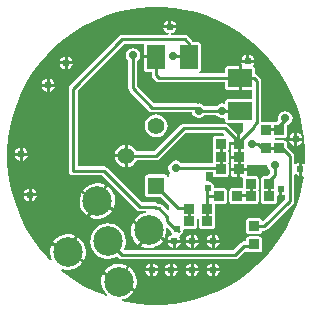
<source format=gbl>
G04 Layer_Physical_Order=2*
G04 Layer_Color=16711680*
%FSLAX25Y25*%
%MOIN*%
G70*
G01*
G75*
%ADD10R,0.03347X0.03347*%
%ADD12R,0.03347X0.03347*%
%ADD16R,0.06000X0.08000*%
%ADD17C,0.01000*%
%ADD18C,0.09842*%
%ADD19R,0.05512X0.05512*%
%ADD20C,0.05512*%
%ADD21C,0.02756*%
%ADD22C,0.02402*%
%ADD23R,0.08000X0.06000*%
G36*
X5834Y49294D02*
X9684Y48684D01*
X13474Y47775D01*
X17181Y46570D01*
X20782Y45079D01*
X24254Y43309D01*
X27577Y41273D01*
X30731Y38982D01*
X33694Y36450D01*
X36450Y33694D01*
X38982Y30731D01*
X41273Y27577D01*
X43309Y24254D01*
X45079Y20782D01*
X46570Y17181D01*
X47775Y13474D01*
X48684Y9684D01*
X49294Y5834D01*
X49600Y1949D01*
Y-1949D01*
X49566Y-2381D01*
X49116Y-2599D01*
X48859Y-2427D01*
X48500Y-2356D01*
Y-4500D01*
Y-6644D01*
X48665Y-6612D01*
X49117Y-6956D01*
X48684Y-9684D01*
X47775Y-13474D01*
X46570Y-17181D01*
X45079Y-20782D01*
X43309Y-24254D01*
X41273Y-27578D01*
X38982Y-30731D01*
X36450Y-33694D01*
X33694Y-36450D01*
X30731Y-38982D01*
X27577Y-41273D01*
X24254Y-43309D01*
X20782Y-45079D01*
X17181Y-46570D01*
X13474Y-47775D01*
X9684Y-48684D01*
X5834Y-49294D01*
X1949Y-49600D01*
X-1949D01*
X-5834Y-49294D01*
X-9684Y-48684D01*
X-11360Y-48282D01*
X-11342Y-47772D01*
X-10858Y-47692D01*
X-9766Y-47282D01*
X-8775Y-46666D01*
X-7924Y-45868D01*
X-7537Y-45329D01*
X-12647Y-42378D01*
X-17758Y-39428D01*
X-18032Y-40033D01*
X-18296Y-41169D01*
X-18335Y-42334D01*
X-18145Y-43485D01*
X-17734Y-44577D01*
X-17118Y-45567D01*
X-16448Y-46283D01*
X-16725Y-46718D01*
X-17181Y-46570D01*
X-20782Y-45079D01*
X-24254Y-43309D01*
X-27578Y-41273D01*
X-30731Y-38982D01*
X-31758Y-38104D01*
X-31487Y-37678D01*
X-31358Y-37737D01*
X-30222Y-38002D01*
X-29056Y-38040D01*
X-27905Y-37850D01*
X-26814Y-37439D01*
X-25823Y-36823D01*
X-24972Y-36026D01*
X-24585Y-35486D01*
X-29695Y-32536D01*
X-34805Y-29585D01*
X-35079Y-30190D01*
X-35344Y-31326D01*
X-35382Y-32492D01*
X-35192Y-33643D01*
X-34828Y-34609D01*
X-35258Y-34887D01*
X-36450Y-33694D01*
X-38982Y-30731D01*
X-41273Y-27578D01*
X-43309Y-24254D01*
X-45079Y-20782D01*
X-46570Y-17181D01*
X-47775Y-13474D01*
X-48684Y-9684D01*
X-49294Y-5834D01*
X-49600Y-1949D01*
Y1949D01*
X-49294Y5834D01*
X-48684Y9684D01*
X-47775Y13474D01*
X-46570Y17181D01*
X-45079Y20782D01*
X-43309Y24254D01*
X-41273Y27577D01*
X-38982Y30731D01*
X-36450Y33694D01*
X-33694Y36450D01*
X-30731Y38982D01*
X-27578Y41273D01*
X-24254Y43309D01*
X-20782Y45079D01*
X-17181Y46570D01*
X-13474Y47775D01*
X-9684Y48684D01*
X-5834Y49294D01*
X-1949Y49600D01*
X1949D01*
X5834Y49294D01*
D02*
G37*
%LPC*%
G36*
X5500Y-29000D02*
X3856D01*
X3927Y-29359D01*
X4413Y-30087D01*
X5141Y-30573D01*
X5500Y-30644D01*
Y-29000D01*
D02*
G37*
G36*
X11500D02*
X9856D01*
X9927Y-29359D01*
X10413Y-30087D01*
X11141Y-30573D01*
X11500Y-30644D01*
Y-29000D01*
D02*
G37*
G36*
X8144D02*
X6500D01*
Y-30644D01*
X6859Y-30573D01*
X7587Y-30087D01*
X8073Y-29359D01*
X8144Y-29000D01*
D02*
G37*
G36*
X-16389Y-22563D02*
X-17540Y-22753D01*
X-18632Y-23164D01*
X-19622Y-23780D01*
X-20473Y-24577D01*
X-21153Y-25525D01*
X-21634Y-26588D01*
X-21899Y-27723D01*
X-21937Y-28889D01*
X-21747Y-30040D01*
X-21336Y-31132D01*
X-20720Y-32122D01*
X-19923Y-32973D01*
X-18975Y-33653D01*
X-17912Y-34134D01*
X-16777Y-34399D01*
X-15611Y-34437D01*
X-14460Y-34247D01*
X-13368Y-33836D01*
X-13034Y-33629D01*
X-12581Y-34081D01*
X-12085Y-34413D01*
X-11500Y-34529D01*
X26288D01*
X26874Y-34413D01*
X27370Y-34081D01*
X29505Y-31946D01*
X30106Y-31945D01*
X30437Y-32166D01*
X30827Y-32244D01*
X34173D01*
X34563Y-32166D01*
X34894Y-31945D01*
X35115Y-31615D01*
X35193Y-31224D01*
Y-27878D01*
X35115Y-27488D01*
X34894Y-27157D01*
X34563Y-26936D01*
X34173Y-26858D01*
X30827D01*
X30437Y-26936D01*
X30106Y-27157D01*
X29885Y-27488D01*
X29807Y-27878D01*
Y-28471D01*
X29288D01*
X28703Y-28587D01*
X28207Y-28919D01*
X25655Y-31471D01*
X-10384D01*
X-10655Y-31050D01*
X-10366Y-30413D01*
X-10101Y-29277D01*
X-10063Y-28111D01*
X-10253Y-26960D01*
X-10664Y-25868D01*
X-11280Y-24878D01*
X-12077Y-24027D01*
X-13025Y-23347D01*
X-14087Y-22866D01*
X-15223Y-22601D01*
X-16389Y-22563D01*
D02*
G37*
G36*
X-26062Y-27242D02*
X-28762Y-31920D01*
X-24085Y-34620D01*
X-23811Y-34015D01*
X-23546Y-32879D01*
X-23508Y-31714D01*
X-23698Y-30563D01*
X-24109Y-29471D01*
X-24725Y-28480D01*
X-25522Y-27629D01*
X-26062Y-27242D01*
D02*
G37*
G36*
X-2372Y-25580D02*
X-5072Y-30257D01*
X-4467Y-30532D01*
X-3331Y-30796D01*
X-2166Y-30835D01*
X-1015Y-30645D01*
X77Y-30234D01*
X1067Y-29618D01*
X1919Y-28820D01*
X2305Y-28281D01*
X-2372Y-25580D01*
D02*
G37*
G36*
X-29834Y-26165D02*
X-30985Y-26355D01*
X-32077Y-26766D01*
X-33067Y-27382D01*
X-33919Y-28179D01*
X-34305Y-28719D01*
X-29628Y-31420D01*
X-26928Y-26743D01*
X-27533Y-26468D01*
X-28669Y-26204D01*
X-29834Y-26165D01*
D02*
G37*
G36*
X14144Y-29000D02*
X12500D01*
Y-30644D01*
X12859Y-30573D01*
X13587Y-30087D01*
X14073Y-29359D01*
X14144Y-29000D01*
D02*
G37*
G36*
X18500Y-26356D02*
X18141Y-26427D01*
X17413Y-26913D01*
X16927Y-27641D01*
X16856Y-28000D01*
X18500D01*
Y-26356D01*
D02*
G37*
G36*
X12500D02*
Y-28000D01*
X14144D01*
X14073Y-27641D01*
X13587Y-26913D01*
X12859Y-26427D01*
X12500Y-26356D01*
D02*
G37*
G36*
X-19420Y-15738D02*
X-22120Y-20415D01*
X-21515Y-20689D01*
X-20379Y-20954D01*
X-19214Y-20992D01*
X-18063Y-20802D01*
X-16971Y-20391D01*
X-15980Y-19775D01*
X-15129Y-18978D01*
X-14742Y-18438D01*
X-19420Y-15738D01*
D02*
G37*
G36*
X19500Y-26356D02*
Y-28000D01*
X21144D01*
X21073Y-27641D01*
X20587Y-26913D01*
X19859Y-26427D01*
X19500Y-26356D01*
D02*
G37*
G36*
X21144Y-29000D02*
X19500D01*
Y-30644D01*
X19859Y-30573D01*
X20587Y-30087D01*
X21073Y-29359D01*
X21144Y-29000D01*
D02*
G37*
G36*
X18500D02*
X16856D01*
X16927Y-29359D01*
X17413Y-30087D01*
X18141Y-30573D01*
X18500Y-30644D01*
Y-29000D01*
D02*
G37*
G36*
X11500Y-26356D02*
X11141Y-26427D01*
X10413Y-26913D01*
X9927Y-27641D01*
X9856Y-28000D01*
X11500D01*
Y-26356D01*
D02*
G37*
G36*
X-7915Y-22380D02*
X-8189Y-22985D01*
X-8454Y-24121D01*
X-8492Y-25286D01*
X-8302Y-26437D01*
X-7891Y-27529D01*
X-7275Y-28519D01*
X-6478Y-29371D01*
X-5938Y-29757D01*
X-3238Y-25080D01*
X-7915Y-22380D01*
D02*
G37*
G36*
X19500Y-35856D02*
Y-37500D01*
X21144D01*
X21073Y-37141D01*
X20587Y-36413D01*
X19859Y-35927D01*
X19500Y-35856D01*
D02*
G37*
G36*
X7144Y-38500D02*
X5500D01*
Y-40144D01*
X5859Y-40073D01*
X6587Y-39587D01*
X7073Y-38859D01*
X7144Y-38500D01*
D02*
G37*
G36*
X4500D02*
X2856D01*
X2927Y-38859D01*
X3413Y-39587D01*
X4141Y-40073D01*
X4500Y-40144D01*
Y-38500D01*
D02*
G37*
G36*
X14144D02*
X12500D01*
Y-40144D01*
X12859Y-40073D01*
X13587Y-39587D01*
X14073Y-38859D01*
X14144Y-38500D01*
D02*
G37*
G36*
X11500D02*
X9856D01*
X9927Y-38859D01*
X10413Y-39587D01*
X11141Y-40073D01*
X11500Y-40144D01*
Y-38500D01*
D02*
G37*
G36*
X-12787Y-36008D02*
X-13937Y-36198D01*
X-15029Y-36609D01*
X-16019Y-37225D01*
X-16871Y-38022D01*
X-16993Y-38193D01*
X-17181Y-38319D01*
X-17320Y-38526D01*
X-12580Y-41262D01*
X-9880Y-36585D01*
X-10485Y-36311D01*
X-11621Y-36046D01*
X-12787Y-36008D01*
D02*
G37*
G36*
X-9014Y-37085D02*
X-11714Y-41762D01*
X-7037Y-44462D01*
X-6763Y-43858D01*
X-6498Y-42722D01*
X-6460Y-41556D01*
X-6650Y-40405D01*
X-7061Y-39314D01*
X-7677Y-38323D01*
X-8474Y-37472D01*
X-9014Y-37085D01*
D02*
G37*
G36*
X644Y-38500D02*
X-1000D01*
Y-40144D01*
X-641Y-40073D01*
X87Y-39587D01*
X573Y-38859D01*
X644Y-38500D01*
D02*
G37*
G36*
X-2000D02*
X-3644D01*
X-3573Y-38859D01*
X-3087Y-39587D01*
X-2359Y-40073D01*
X-2000Y-40144D01*
Y-38500D01*
D02*
G37*
G36*
X18500D02*
X16856D01*
X16927Y-38859D01*
X17413Y-39587D01*
X18141Y-40073D01*
X18500Y-40144D01*
Y-38500D01*
D02*
G37*
G36*
X11500Y-35856D02*
X11141Y-35927D01*
X10413Y-36413D01*
X9927Y-37141D01*
X9856Y-37500D01*
X11500D01*
Y-35856D01*
D02*
G37*
G36*
X5500D02*
Y-37500D01*
X7144D01*
X7073Y-37141D01*
X6587Y-36413D01*
X5859Y-35927D01*
X5500Y-35856D01*
D02*
G37*
G36*
X18500D02*
X18141Y-35927D01*
X17413Y-36413D01*
X16927Y-37141D01*
X16856Y-37500D01*
X18500D01*
Y-35856D01*
D02*
G37*
G36*
X12500D02*
Y-37500D01*
X14144D01*
X14073Y-37141D01*
X13587Y-36413D01*
X12859Y-35927D01*
X12500Y-35856D01*
D02*
G37*
G36*
X-2000D02*
X-2359Y-35927D01*
X-3087Y-36413D01*
X-3573Y-37141D01*
X-3644Y-37500D01*
X-2000D01*
Y-35856D01*
D02*
G37*
G36*
X21144Y-38500D02*
X19500D01*
Y-40144D01*
X19859Y-40073D01*
X20587Y-39587D01*
X21073Y-38859D01*
X21144Y-38500D01*
D02*
G37*
G36*
X4500Y-35856D02*
X4141Y-35927D01*
X3413Y-36413D01*
X2927Y-37141D01*
X2856Y-37500D01*
X4500D01*
Y-35856D01*
D02*
G37*
G36*
X-1000D02*
Y-37500D01*
X644D01*
X573Y-37141D01*
X87Y-36413D01*
X-641Y-35927D01*
X-1000Y-35856D01*
D02*
G37*
G36*
X-33856Y23000D02*
X-35500D01*
Y21356D01*
X-35141Y21427D01*
X-34413Y21913D01*
X-33927Y22641D01*
X-33856Y23000D01*
D02*
G37*
G36*
X-36500D02*
X-38144D01*
X-38073Y22641D01*
X-37587Y21913D01*
X-36859Y21427D01*
X-36500Y21356D01*
Y23000D01*
D02*
G37*
G36*
Y25644D02*
X-36859Y25573D01*
X-37587Y25087D01*
X-38073Y24359D01*
X-38144Y24000D01*
X-36500D01*
Y25644D01*
D02*
G37*
G36*
X6644Y42500D02*
X2356D01*
X2427Y42141D01*
X2913Y41413D01*
X3641Y40927D01*
X4132Y40829D01*
X4082Y40329D01*
X-11300D01*
X-11885Y40213D01*
X-12381Y39881D01*
X-28781Y23481D01*
X-29113Y22985D01*
X-29229Y22400D01*
Y-5000D01*
X-29113Y-5585D01*
X-28781Y-6081D01*
X-28285Y-6413D01*
X-27700Y-6529D01*
X-18134D01*
X-6581Y-18081D01*
X-6085Y-18413D01*
X-5500Y-18529D01*
X-3404D01*
X-3363Y-19029D01*
X-4095Y-19150D01*
X-5186Y-19561D01*
X-6177Y-20177D01*
X-7028Y-20974D01*
X-7415Y-21514D01*
X-2305Y-24464D01*
X2805Y-27415D01*
X3079Y-26810D01*
X3344Y-25674D01*
X3382Y-24508D01*
X3332Y-24202D01*
X3799Y-23962D01*
X4860Y-25023D01*
X4927Y-25359D01*
X5281Y-25889D01*
X5149Y-26398D01*
X5102Y-26453D01*
X4413Y-26913D01*
X3927Y-27641D01*
X3856Y-28000D01*
X8144D01*
X8073Y-27641D01*
X7719Y-27111D01*
X7851Y-26602D01*
X7898Y-26547D01*
X8587Y-26087D01*
X9073Y-25359D01*
X9244Y-24500D01*
X9721Y-24333D01*
X12582D01*
X12973Y-24256D01*
X13303Y-24035D01*
X13524Y-23704D01*
X13602Y-23314D01*
Y-21000D01*
X14319D01*
Y-23314D01*
X14396Y-23704D01*
X14617Y-24035D01*
X14948Y-24256D01*
X15338Y-24333D01*
X18685D01*
X19075Y-24256D01*
X19406Y-24035D01*
X19627Y-23704D01*
X19704Y-23314D01*
Y-19967D01*
X19639Y-19641D01*
X19704Y-19314D01*
Y-16193D01*
X22622D01*
X23012Y-16115D01*
X23343Y-15894D01*
X23564Y-15563D01*
X23642Y-15173D01*
Y-11827D01*
X23564Y-11437D01*
X23343Y-11106D01*
X23012Y-10885D01*
X22622Y-10807D01*
X19383D01*
X19344Y-10760D01*
X19173Y-9901D01*
X18687Y-9173D01*
X17959Y-8687D01*
X17100Y-8516D01*
X16886Y-8558D01*
X16500Y-8241D01*
Y-5529D01*
X18756D01*
Y-6173D01*
X18834Y-6563D01*
X19055Y-6894D01*
X19385Y-7115D01*
X19776Y-7193D01*
X23122D01*
X23512Y-7115D01*
X23843Y-6894D01*
X24064Y-6563D01*
X24142Y-6173D01*
Y-2827D01*
X24077Y-2500D01*
X24142Y-2173D01*
Y1173D01*
X24064Y1563D01*
X23939Y1750D01*
X24064Y1937D01*
X24142Y2327D01*
Y4725D01*
X24642Y4974D01*
X24858Y4810D01*
Y4500D01*
X27051D01*
Y7163D01*
X23933Y10281D01*
X23437Y10613D01*
X22851Y10729D01*
X9200D01*
X8615Y10613D01*
X8119Y10281D01*
X-634Y1529D01*
X-6568D01*
X-6719Y1894D01*
X-7321Y2679D01*
X-8106Y3281D01*
X-9020Y3659D01*
X-9500Y3723D01*
Y0D01*
Y-3723D01*
X-9020Y-3659D01*
X-8106Y-3281D01*
X-7321Y-2679D01*
X-6719Y-1894D01*
X-6568Y-1529D01*
X0D01*
X585Y-1413D01*
X1081Y-1081D01*
X9833Y7671D01*
X22218D01*
X22695Y7193D01*
X22488Y6693D01*
X19776D01*
X19385Y6615D01*
X19055Y6394D01*
X18834Y6063D01*
X18756Y5673D01*
Y2327D01*
X18834Y1937D01*
X18958Y1750D01*
X18834Y1563D01*
X18756Y1173D01*
Y-2173D01*
X18512Y-2471D01*
X8338D01*
X8214Y-2286D01*
X7428Y-1760D01*
X6500Y-1575D01*
X5572Y-1760D01*
X4786Y-2286D01*
X4260Y-3072D01*
X4075Y-4000D01*
X4260Y-4928D01*
X4786Y-5714D01*
X4326Y-6174D01*
X4326Y-10963D01*
X3826Y-11230D01*
X3776Y-11196D01*
Y-7244D01*
X3698Y-6854D01*
X3477Y-6523D01*
X3146Y-6302D01*
X2756Y-6225D01*
X-2756D01*
X-3146Y-6302D01*
X-3477Y-6523D01*
X-3698Y-6854D01*
X-3776Y-7244D01*
Y-12756D01*
X-3698Y-13146D01*
X-3477Y-13477D01*
X-3146Y-13698D01*
X-2756Y-13776D01*
X1613D01*
X4326Y-16489D01*
X4326Y-18010D01*
X3864Y-18201D01*
X2081Y-16419D01*
X1585Y-16087D01*
X1000Y-15971D01*
X634D01*
X581Y-15919D01*
X85Y-15587D01*
X-500Y-15471D01*
X-4866D01*
X-16419Y-3919D01*
X-16915Y-3587D01*
X-17500Y-3471D01*
X-26171D01*
Y21767D01*
X-10667Y37271D01*
X-4242D01*
X-4020Y37000D01*
Y33500D01*
X0D01*
Y32500D01*
X-4020D01*
Y29000D01*
X-3942Y28610D01*
X-3721Y28279D01*
X-3390Y28058D01*
X-3000Y27980D01*
X-1529D01*
Y27000D01*
X-1413Y26415D01*
X-1081Y25919D01*
X-81Y24919D01*
X415Y24587D01*
X1000Y24471D01*
X22980D01*
Y23000D01*
X23058Y22610D01*
X23279Y22279D01*
X23610Y22058D01*
X24000Y21980D01*
X27500D01*
Y26000D01*
Y30020D01*
X24000D01*
X23610Y29942D01*
X23279Y29721D01*
X23058Y29390D01*
X22980Y29000D01*
Y27529D01*
X14296D01*
X14246Y28029D01*
X14390Y28058D01*
X14721Y28279D01*
X14942Y28610D01*
X15020Y29000D01*
Y37000D01*
X14942Y37390D01*
X14721Y37721D01*
X14390Y37942D01*
X14000Y38020D01*
X12323D01*
X12081Y38381D01*
X10581Y39881D01*
X10085Y40213D01*
X9500Y40329D01*
X4918D01*
X4868Y40829D01*
X5359Y40927D01*
X6087Y41413D01*
X6573Y42141D01*
X6644Y42500D01*
D02*
G37*
G36*
X46000Y7644D02*
X45641Y7573D01*
X44913Y7087D01*
X44427Y6359D01*
X44356Y6000D01*
X46000D01*
Y7644D01*
D02*
G37*
G36*
X48644Y5000D02*
X47000D01*
Y3356D01*
X47359Y3427D01*
X48087Y3913D01*
X48573Y4641D01*
X48644Y5000D01*
D02*
G37*
G36*
X0Y13788D02*
X-981Y13659D01*
X-1894Y13281D01*
X-2679Y12679D01*
X-3281Y11894D01*
X-3659Y10981D01*
X-3788Y10000D01*
X-3659Y9020D01*
X-3281Y8106D01*
X-2679Y7321D01*
X-1894Y6719D01*
X-981Y6341D01*
X0Y6212D01*
X981Y6341D01*
X1894Y6719D01*
X2679Y7321D01*
X3281Y8106D01*
X3659Y9020D01*
X3788Y10000D01*
X3659Y10981D01*
X3281Y11894D01*
X2679Y12679D01*
X1894Y13281D01*
X981Y13659D01*
X0Y13788D01*
D02*
G37*
G36*
X47000Y7644D02*
Y6000D01*
X48644D01*
X48573Y6359D01*
X48087Y7087D01*
X47359Y7573D01*
X47000Y7644D01*
D02*
G37*
G36*
X-35500Y25644D02*
Y24000D01*
X-33856D01*
X-33927Y24359D01*
X-34413Y25087D01*
X-35141Y25573D01*
X-35500Y25644D01*
D02*
G37*
G36*
X31000Y33644D02*
Y32000D01*
X32644D01*
X32573Y32359D01*
X32087Y33087D01*
X31359Y33573D01*
X31000Y33644D01*
D02*
G37*
G36*
X30000D02*
X29641Y33573D01*
X28913Y33087D01*
X28427Y32359D01*
X28356Y32000D01*
X30000D01*
Y33644D01*
D02*
G37*
G36*
X5000Y45144D02*
Y43500D01*
X6644D01*
X6573Y43859D01*
X6087Y44587D01*
X5359Y45073D01*
X5000Y45144D01*
D02*
G37*
G36*
X4000D02*
X3641Y45073D01*
X2913Y44587D01*
X2427Y43859D01*
X2356Y43500D01*
X4000D01*
Y45144D01*
D02*
G37*
G36*
X-27856Y30500D02*
X-29500D01*
Y28856D01*
X-29141Y28927D01*
X-28413Y29413D01*
X-27927Y30141D01*
X-27856Y30500D01*
D02*
G37*
G36*
X-30500D02*
X-32144D01*
X-32073Y30141D01*
X-31587Y29413D01*
X-30859Y28927D01*
X-30500Y28856D01*
Y30500D01*
D02*
G37*
G36*
X-29500Y33144D02*
Y31500D01*
X-27856D01*
X-27927Y31859D01*
X-28413Y32587D01*
X-29141Y33073D01*
X-29500Y33144D01*
D02*
G37*
G36*
X-30500D02*
X-30859Y33073D01*
X-31587Y32587D01*
X-32073Y31859D01*
X-32144Y31500D01*
X-30500D01*
Y33144D01*
D02*
G37*
G36*
X-19992Y-9118D02*
X-21143Y-9308D01*
X-22234Y-9718D01*
X-23225Y-10334D01*
X-24076Y-11132D01*
X-24463Y-11671D01*
X-19786Y-14372D01*
X-17085Y-9695D01*
X-17690Y-9421D01*
X-18826Y-9156D01*
X-19992Y-9118D01*
D02*
G37*
G36*
X-39856Y-13500D02*
X-41500D01*
Y-15144D01*
X-41141Y-15073D01*
X-40413Y-14587D01*
X-39927Y-13859D01*
X-39856Y-13500D01*
D02*
G37*
G36*
X-41500Y-10856D02*
Y-12500D01*
X-39856D01*
X-39927Y-12141D01*
X-40413Y-11413D01*
X-41141Y-10927D01*
X-41500Y-10856D01*
D02*
G37*
G36*
X-42500D02*
X-42859Y-10927D01*
X-43587Y-11413D01*
X-44073Y-12141D01*
X-44144Y-12500D01*
X-42500D01*
Y-10856D01*
D02*
G37*
G36*
X-16219Y-10195D02*
X-18920Y-14872D01*
X-14243Y-17572D01*
X-13968Y-16967D01*
X-13704Y-15831D01*
X-13665Y-14666D01*
X-13855Y-13515D01*
X-14266Y-12423D01*
X-14882Y-11433D01*
X-15679Y-10581D01*
X-16219Y-10195D01*
D02*
G37*
G36*
X-24963Y-12537D02*
X-25237Y-13142D01*
X-25502Y-14278D01*
X-25540Y-15444D01*
X-25350Y-16595D01*
X-24939Y-17686D01*
X-24323Y-18677D01*
X-23526Y-19528D01*
X-22986Y-19915D01*
X-20286Y-15238D01*
X-24963Y-12537D01*
D02*
G37*
G36*
X-42500Y-13500D02*
X-44144D01*
X-44073Y-13859D01*
X-43587Y-14587D01*
X-42859Y-15073D01*
X-42500Y-15144D01*
Y-13500D01*
D02*
G37*
G36*
X30244Y-5000D02*
X28051D01*
Y-7193D01*
X28441D01*
X28783Y-7693D01*
X28756Y-7827D01*
Y-10781D01*
X28724Y-10807D01*
X25378D01*
X24988Y-10885D01*
X24657Y-11106D01*
X24436Y-11437D01*
X24358Y-11827D01*
Y-15173D01*
X24436Y-15563D01*
X24657Y-15894D01*
X24988Y-16115D01*
X25378Y-16193D01*
X28724D01*
X29115Y-16115D01*
X29250Y-16025D01*
X29385Y-16115D01*
X29776Y-16193D01*
X33122D01*
X33512Y-16115D01*
X33843Y-15894D01*
X34064Y-15563D01*
X34142Y-15173D01*
Y-11827D01*
X34077Y-11500D01*
X34142Y-11173D01*
Y-7827D01*
X34064Y-7437D01*
X33843Y-7106D01*
X33512Y-6885D01*
X33122Y-6807D01*
X30559D01*
X30217Y-6307D01*
X30244Y-6173D01*
Y-5000D01*
D02*
G37*
G36*
X27051D02*
X24858D01*
Y-6173D01*
X24936Y-6563D01*
X25157Y-6894D01*
X25488Y-7115D01*
X25878Y-7193D01*
X27051D01*
Y-5000D01*
D02*
G37*
G36*
X-45500Y2644D02*
X-45859Y2573D01*
X-46587Y2087D01*
X-47073Y1359D01*
X-47144Y1000D01*
X-45500D01*
Y2644D01*
D02*
G37*
G36*
X-10500Y3723D02*
X-10981Y3659D01*
X-11894Y3281D01*
X-12679Y2679D01*
X-13281Y1894D01*
X-13659Y981D01*
X-13723Y500D01*
X-10500D01*
Y3723D01*
D02*
G37*
G36*
X46000Y5000D02*
X44356D01*
X44427Y4641D01*
X44913Y3913D01*
X45641Y3427D01*
X46000Y3356D01*
Y5000D01*
D02*
G37*
G36*
X-44500Y2644D02*
Y1000D01*
X-42856D01*
X-42927Y1359D01*
X-43413Y2087D01*
X-44141Y2573D01*
X-44500Y2644D01*
D02*
G37*
G36*
X-10500Y-500D02*
X-13723D01*
X-13659Y-981D01*
X-13281Y-1894D01*
X-12679Y-2679D01*
X-11894Y-3281D01*
X-10981Y-3659D01*
X-10500Y-3723D01*
Y-500D01*
D02*
G37*
G36*
X-7800Y35925D02*
X-8728Y35740D01*
X-9514Y35214D01*
X-10040Y34428D01*
X-10225Y33500D01*
X-10040Y32572D01*
X-9514Y31786D01*
X-9329Y31662D01*
Y22463D01*
X-9213Y21878D01*
X-8881Y21381D01*
X-2419Y14919D01*
X-1922Y14587D01*
X-1337Y14471D01*
X11881D01*
X11960Y14072D01*
X12486Y13286D01*
X13272Y12760D01*
X14200Y12575D01*
X15128Y12760D01*
X15914Y13286D01*
X16038Y13471D01*
X20001D01*
X20124Y13286D01*
X20911Y12760D01*
X21839Y12575D01*
X22480Y12703D01*
X22980Y12347D01*
Y12000D01*
X23058Y11610D01*
X23279Y11279D01*
X23610Y11058D01*
X24000Y10980D01*
X29000D01*
Y8112D01*
X28051Y7163D01*
Y4000D01*
X27551D01*
Y3500D01*
X24858D01*
Y2327D01*
X24936Y1937D01*
X25061Y1750D01*
X24936Y1563D01*
X24858Y1173D01*
Y0D01*
X27551D01*
Y-1000D01*
X24858D01*
Y-2173D01*
X24923Y-2500D01*
X24858Y-2827D01*
Y-4000D01*
X30244D01*
Y-3000D01*
X37075D01*
X37260Y-3928D01*
X37786Y-4714D01*
X37971Y-4838D01*
Y-5866D01*
X37030Y-6807D01*
X35878D01*
X35488Y-6885D01*
X35157Y-7106D01*
X34936Y-7437D01*
X34858Y-7827D01*
Y-11173D01*
X34923Y-11500D01*
X34858Y-11827D01*
Y-15173D01*
X34936Y-15563D01*
X35157Y-15894D01*
X35488Y-16115D01*
X35878Y-16193D01*
X39224D01*
X39615Y-16115D01*
X39945Y-15894D01*
X40166Y-15563D01*
X40244Y-15173D01*
Y-13363D01*
X40744Y-13093D01*
X41000Y-13144D01*
Y-11000D01*
X42000D01*
Y-13144D01*
X42359Y-13073D01*
X42530Y-12959D01*
X42971Y-13195D01*
Y-14367D01*
X35679Y-21658D01*
X35137Y-21493D01*
X35115Y-21385D01*
X34894Y-21055D01*
X34563Y-20834D01*
X34173Y-20756D01*
X30827D01*
X30437Y-20834D01*
X30106Y-21055D01*
X29885Y-21385D01*
X29807Y-21776D01*
Y-25122D01*
X29885Y-25512D01*
X30106Y-25843D01*
X30437Y-26064D01*
X30827Y-26142D01*
X34173D01*
X34563Y-26064D01*
X34894Y-25843D01*
X35115Y-25512D01*
X35193Y-25122D01*
Y-24978D01*
X36051D01*
X36636Y-24862D01*
X37133Y-24530D01*
X45581Y-16081D01*
X45913Y-15585D01*
X46029Y-15000D01*
Y-6344D01*
X46529Y-6164D01*
X47141Y-6573D01*
X47500Y-6644D01*
Y-4500D01*
Y-2356D01*
X47141Y-2427D01*
X46529Y-2836D01*
X46029Y-2656D01*
Y0D01*
X45913Y585D01*
X45581Y1082D01*
X43693Y2970D01*
Y4122D01*
X43615Y4512D01*
X43394Y4843D01*
X43063Y5064D01*
X42673Y5142D01*
X39500D01*
Y5858D01*
X42673D01*
X43063Y5936D01*
X43394Y6157D01*
X43615Y6488D01*
X43693Y6878D01*
Y10213D01*
X43928Y10260D01*
X44714Y10786D01*
X45240Y11572D01*
X45425Y12500D01*
X45240Y13428D01*
X44714Y14214D01*
X43928Y14740D01*
X43000Y14924D01*
X42072Y14740D01*
X41286Y14214D01*
X40760Y13428D01*
X40576Y12500D01*
X40693Y11907D01*
X40030Y11244D01*
X39327D01*
X38937Y11166D01*
X38796Y11072D01*
X38781D01*
X38563Y11218D01*
X38173Y11295D01*
X35029D01*
Y25000D01*
X34913Y25585D01*
X34581Y26081D01*
X33581Y27081D01*
X33085Y27413D01*
X33020Y27426D01*
Y29000D01*
X32942Y29390D01*
X32721Y29721D01*
X32390Y29942D01*
X32281Y30205D01*
X32573Y30641D01*
X32644Y31000D01*
X28356D01*
X28427Y30641D01*
X28548Y30461D01*
X28500Y30371D01*
Y26000D01*
Y21980D01*
X31971D01*
Y19020D01*
X24000D01*
X23610Y18942D01*
X23279Y18721D01*
X23058Y18390D01*
X22980Y18000D01*
Y17653D01*
X22480Y17297D01*
X21839Y17424D01*
X20911Y17240D01*
X20124Y16714D01*
X20001Y16529D01*
X16038D01*
X15914Y16714D01*
X15128Y17240D01*
X14200Y17424D01*
X13867Y17358D01*
X13785Y17413D01*
X13200Y17529D01*
X-704D01*
X-6271Y23096D01*
Y31662D01*
X-6086Y31786D01*
X-5560Y32572D01*
X-5376Y33500D01*
X-5560Y34428D01*
X-6086Y35214D01*
X-6872Y35740D01*
X-7800Y35925D01*
D02*
G37*
G36*
X-42856Y0D02*
X-44500D01*
Y-1644D01*
X-44141Y-1573D01*
X-43413Y-1087D01*
X-42927Y-359D01*
X-42856Y0D01*
D02*
G37*
G36*
X-45500D02*
X-47144D01*
X-47073Y-359D01*
X-46587Y-1087D01*
X-45859Y-1573D01*
X-45500Y-1644D01*
Y0D01*
D02*
G37*
%LPD*%
D10*
X37551Y-13500D02*
D03*
X31449D02*
D03*
X37551Y-9500D02*
D03*
X31449D02*
D03*
X17012Y-17641D02*
D03*
X10909D02*
D03*
X27551Y-4500D02*
D03*
X21449D02*
D03*
X27551Y4000D02*
D03*
X21449D02*
D03*
X27551Y-500D02*
D03*
X21449D02*
D03*
X10909Y-21641D02*
D03*
X17012D02*
D03*
X20949Y-13500D02*
D03*
X27051D02*
D03*
D12*
X36500Y8602D02*
D03*
Y2500D02*
D03*
X32500Y-29551D02*
D03*
Y-23449D02*
D03*
X41000Y8551D02*
D03*
Y2449D02*
D03*
D16*
X0Y33000D02*
D03*
X11000D02*
D03*
D17*
X29288Y-30000D02*
X32500D01*
X34000Y4000D02*
X36000Y2000D01*
X32500Y-23449D02*
X36051D01*
X33000Y-24449D02*
X33029Y-24419D01*
X32000Y4000D02*
X34000D01*
X27551Y4500D02*
X32500Y9449D01*
X37551Y-8449D02*
X39500Y-6500D01*
Y-3000D01*
X31449Y-13500D02*
Y-9500D01*
X-7800Y22463D02*
Y33500D01*
X-1337Y16000D02*
X13200D01*
X-7800Y22463D02*
X-1337Y16000D01*
X13200D02*
X14200Y15000D01*
X44500Y-15000D02*
Y0D01*
X36051Y-23449D02*
X44500Y-15000D01*
X26288Y-33000D02*
X29288Y-30000D01*
X10019Y-17250D02*
X10909Y-18141D01*
X5500Y33100D02*
X11000D01*
X3750Y-21750D02*
X6750Y-24750D01*
X17012Y-10848D02*
X17100Y-10760D01*
X43000Y12051D02*
Y12500D01*
X32500Y10000D02*
X33327Y10827D01*
Y10897D01*
X33500Y11070D01*
Y25000D01*
X32500Y9449D02*
Y10000D01*
X11000Y33100D02*
Y37300D01*
Y33000D02*
Y33100D01*
X14200Y15000D02*
X21839D01*
X9500Y38800D02*
X11000Y37300D01*
X-11300Y38800D02*
X9500D01*
X-27700Y22400D02*
X-11300Y38800D01*
X22851Y9200D02*
X27551Y4500D01*
X21839Y15000D02*
X28000D01*
X1000Y26000D02*
X28000D01*
X0Y27000D02*
X1000Y26000D01*
X0Y27000D02*
Y33000D01*
X28000Y26000D02*
X32500D01*
X33500Y25000D01*
X38000Y9000D02*
X39949D01*
X6500Y-4000D02*
X20449D01*
X36551Y2449D02*
X41000D01*
X36500Y2500D02*
X36551Y2449D01*
X21449Y-5000D02*
Y-4500D01*
Y-500D01*
X27551Y-5000D02*
Y-4500D01*
Y-500D01*
X21449D02*
Y4000D01*
Y4500D01*
X27551Y-500D02*
Y4000D01*
Y4500D01*
X41000Y2449D02*
X42051D01*
X44500Y0D01*
X-10000D02*
X0D01*
X9200Y9200D01*
X22851D01*
X-16000Y-28500D02*
X-11500Y-33000D01*
X26288D01*
X-27700Y-5000D02*
Y22400D01*
Y-5000D02*
X-17500D01*
X-5500Y-17000D01*
X0Y-17500D02*
X1000D01*
X-500Y-17000D02*
X0Y-17500D01*
X-5500Y-17000D02*
X-500D01*
X7000Y-24500D02*
X7500Y-25000D01*
X1000Y-17500D02*
X3750Y-20250D01*
Y-21750D02*
Y-20250D01*
X0Y-10000D02*
X7250Y-17250D01*
X10019D01*
X10909Y-22141D02*
Y-21641D01*
Y-18141D01*
X17012Y-22141D02*
Y-21641D01*
Y-17641D01*
X20449Y-4000D02*
X21449Y-5000D01*
X39949Y9000D02*
X43000Y12051D01*
X37551Y-9500D02*
Y-8449D01*
X17012Y-13500D02*
X19449D01*
X17012Y-17641D02*
Y-13500D01*
Y-10848D01*
X37551Y-14000D02*
Y-13500D01*
Y-9500D01*
X28051Y-13000D02*
X30449D01*
X-16100Y-39400D02*
X-9333D01*
X26551Y-14500D02*
X28051Y-13000D01*
X30449D02*
X31449Y-14000D01*
X19449Y-13500D02*
X20449Y-14500D01*
D18*
X-16000Y-28500D02*
D03*
X-29445Y-32103D02*
D03*
X-12397Y-41945D02*
D03*
X-2555Y-24897D02*
D03*
X-19603Y-15055D02*
D03*
D19*
X0Y-10000D02*
D03*
D20*
X-10000Y0D02*
D03*
X0Y10000D02*
D03*
D21*
X32000Y4000D02*
D03*
X39500Y-3000D02*
D03*
X-7800Y33500D02*
D03*
X43000Y12500D02*
D03*
X14200Y15000D02*
D03*
X21839D02*
D03*
X5500Y33100D02*
D03*
X6500Y-4000D02*
D03*
D22*
X17100Y-10760D02*
D03*
X46500Y5500D02*
D03*
X-1500Y-38000D02*
D03*
X6000Y-28500D02*
D03*
X12000D02*
D03*
X19000D02*
D03*
X5000Y-38000D02*
D03*
X12000D02*
D03*
X19000D02*
D03*
X4500Y43000D02*
D03*
X30500Y31500D02*
D03*
X-42000Y-13000D02*
D03*
X-45000Y500D02*
D03*
X-36000Y23500D02*
D03*
X-30000Y31000D02*
D03*
X7000Y-24500D02*
D03*
X48000Y-4500D02*
D03*
X41500Y-11000D02*
D03*
D23*
X28000Y26000D02*
D03*
Y15000D02*
D03*
M02*

</source>
